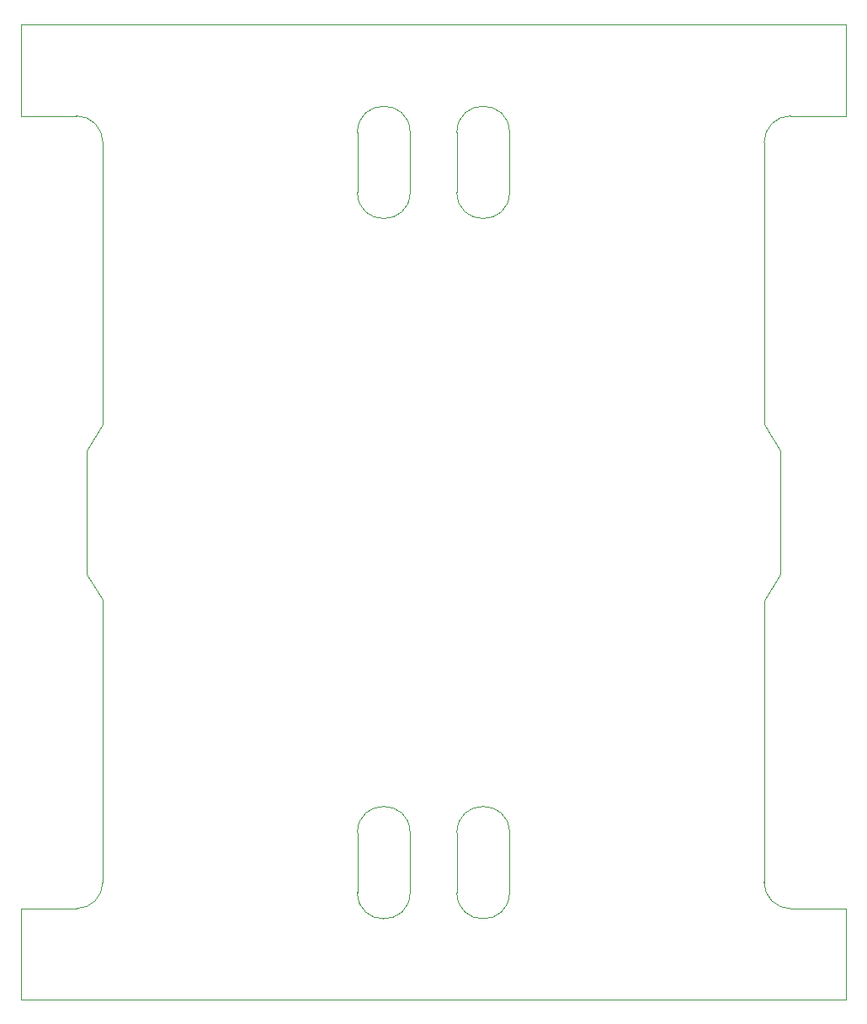
<source format=gbr>
%TF.GenerationSoftware,KiCad,Pcbnew,8.0.2-1*%
%TF.CreationDate,2024-06-12T16:50:45-07:00*%
%TF.ProjectId,solar-panel-NoCutout,736f6c61-722d-4706-916e-656c2d4e6f43,3.0*%
%TF.SameCoordinates,Original*%
%TF.FileFunction,Profile,NP*%
%FSLAX46Y46*%
G04 Gerber Fmt 4.6, Leading zero omitted, Abs format (unit mm)*
G04 Created by KiCad (PCBNEW 8.0.2-1) date 2024-06-12 16:50:45*
%MOMM*%
%LPD*%
G01*
G04 APERTURE LIST*
%TA.AperFunction,Profile*%
%ADD10C,0.050000*%
%TD*%
G04 APERTURE END LIST*
D10*
X136850000Y-153000000D02*
X136850000Y-147000000D01*
X142150000Y-153000000D02*
X142150000Y-147000000D01*
X146850000Y-147000000D02*
X146850000Y-153000000D01*
X152150000Y-153000000D02*
X152150000Y-147000000D01*
X142150000Y-76600000D02*
X142150000Y-82600000D01*
X136850000Y-76600000D02*
X136850000Y-82600000D01*
X146850000Y-76600000D02*
X146850000Y-82600000D01*
X152150000Y-76600000D02*
X152150000Y-82600000D01*
X186000000Y-65750000D02*
X103000000Y-65750000D01*
X108580000Y-74920000D02*
X103000000Y-74920000D01*
X108580000Y-74920000D02*
G75*
G02*
X111239938Y-77570000I15000J-2644900D01*
G01*
X103000000Y-65750000D02*
X103000000Y-74920000D01*
X103000000Y-154620000D02*
X103000000Y-163750000D01*
X142150000Y-82600000D02*
G75*
G02*
X136850000Y-82600000I-2650000J0D01*
G01*
X186000000Y-74925000D02*
X180420000Y-74925000D01*
X146850000Y-76600000D02*
G75*
G02*
X152150000Y-76600000I2650000J0D01*
G01*
X186000000Y-74925000D02*
X186000000Y-65750000D01*
X136850000Y-76600000D02*
G75*
G02*
X142150000Y-76600000I2650000J0D01*
G01*
X111240000Y-123595000D02*
X111240000Y-151970000D01*
X109650000Y-108545000D02*
X109650000Y-120995000D01*
X109650000Y-120995000D02*
X111240000Y-123595000D01*
X103000000Y-163750000D02*
X186000000Y-163750000D01*
X136850000Y-147000000D02*
G75*
G02*
X142150000Y-147000000I2650000J0D01*
G01*
X186000000Y-163750000D02*
X186000000Y-154625000D01*
X142150000Y-153000000D02*
G75*
G02*
X136850000Y-153000000I-2650000J0D01*
G01*
X177760000Y-77575000D02*
G75*
G02*
X180420000Y-74925038I2644900J5100D01*
G01*
X109650000Y-108545000D02*
X111240000Y-105945000D01*
X177760000Y-105950000D02*
X179350000Y-108550000D01*
X177760000Y-77575000D02*
X177760000Y-105950000D01*
X146850000Y-147000000D02*
G75*
G02*
X152150000Y-147000000I2650000J0D01*
G01*
X111240000Y-151970000D02*
G75*
G02*
X108580000Y-154619962I-2645000J-5000D01*
G01*
X179350000Y-108550000D02*
X179350000Y-121000000D01*
X152150000Y-153000000D02*
G75*
G02*
X146850000Y-153000000I-2650000J0D01*
G01*
X111240000Y-77570000D02*
X111240000Y-105945000D01*
X180420000Y-154625000D02*
G75*
G02*
X177759963Y-151975000I-14900J2645100D01*
G01*
X103000000Y-154620000D02*
X108580000Y-154620000D01*
X152150000Y-82600000D02*
G75*
G02*
X146850000Y-82600000I-2650000J0D01*
G01*
X177760000Y-123600000D02*
X177760000Y-151975000D01*
X177760000Y-123600000D02*
X179350000Y-121000000D01*
X180420000Y-154625000D02*
X186000000Y-154625000D01*
M02*

</source>
